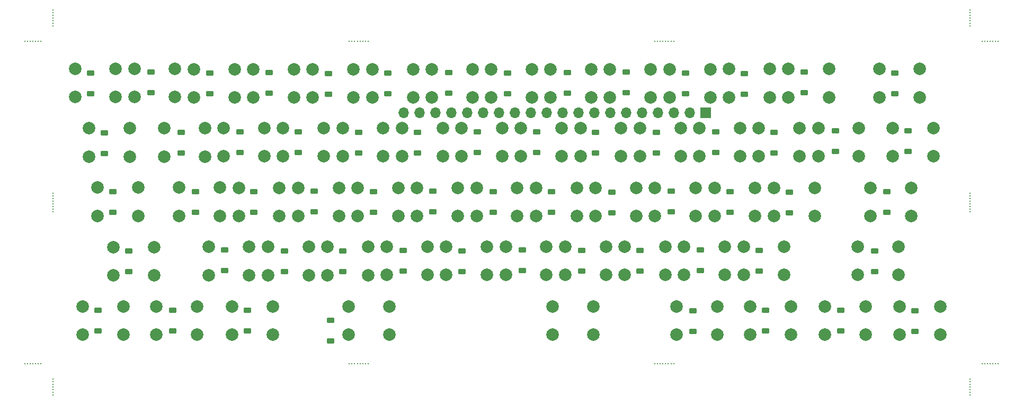
<source format=gbr>
%TF.GenerationSoftware,KiCad,Pcbnew,7.0.9*%
%TF.CreationDate,2024-12-06T21:36:11-05:00*%
%TF.ProjectId,panel,70616e65-6c2e-46b6-9963-61645f706362,rev?*%
%TF.SameCoordinates,Original*%
%TF.FileFunction,Soldermask,Bot*%
%TF.FilePolarity,Negative*%
%FSLAX46Y46*%
G04 Gerber Fmt 4.6, Leading zero omitted, Abs format (unit mm)*
G04 Created by KiCad (PCBNEW 7.0.9) date 2024-12-06 21:36:11*
%MOMM*%
%LPD*%
G01*
G04 APERTURE LIST*
G04 Aperture macros list*
%AMRoundRect*
0 Rectangle with rounded corners*
0 $1 Rounding radius*
0 $2 $3 $4 $5 $6 $7 $8 $9 X,Y pos of 4 corners*
0 Add a 4 corners polygon primitive as box body*
4,1,4,$2,$3,$4,$5,$6,$7,$8,$9,$2,$3,0*
0 Add four circle primitives for the rounded corners*
1,1,$1+$1,$2,$3*
1,1,$1+$1,$4,$5*
1,1,$1+$1,$6,$7*
1,1,$1+$1,$8,$9*
0 Add four rect primitives between the rounded corners*
20,1,$1+$1,$2,$3,$4,$5,0*
20,1,$1+$1,$4,$5,$6,$7,0*
20,1,$1+$1,$6,$7,$8,$9,0*
20,1,$1+$1,$8,$9,$2,$3,0*%
G04 Aperture macros list end*
%ADD10RoundRect,0.225000X-0.375000X0.225000X-0.375000X-0.225000X0.375000X-0.225000X0.375000X0.225000X0*%
%ADD11C,0.200000*%
%ADD12C,2.000000*%
%ADD13R,1.700000X1.700000*%
%ADD14O,1.700000X1.700000*%
G04 APERTURE END LIST*
D10*
%TO.C,D24*%
X188099000Y-58424500D03*
X188099000Y-61724500D03*
%TD*%
%TO.C,D65*%
X189058000Y-68028500D03*
X189058000Y-71328500D03*
%TD*%
%TO.C,D27*%
X126459000Y-49046500D03*
X126459000Y-52346500D03*
%TD*%
%TO.C,D61*%
X176287000Y-30094000D03*
X176287000Y-33394000D03*
%TD*%
%TO.C,D25*%
X119242000Y-30132000D03*
X119242000Y-33432000D03*
%TD*%
%TO.C,D19*%
X109791000Y-29967000D03*
X109791000Y-33267000D03*
%TD*%
%TO.C,D49*%
X157441000Y-29953500D03*
X157441000Y-33253500D03*
%TD*%
%TO.C,D12*%
X94381000Y-68003000D03*
X94381000Y-71303000D03*
%TD*%
%TO.C,D21*%
X116924000Y-48960000D03*
X116924000Y-52260000D03*
%TD*%
%TO.C,D40*%
X159722000Y-58412500D03*
X159722000Y-61712500D03*
%TD*%
%TO.C,D1*%
X212949000Y-68062500D03*
X212949000Y-71362500D03*
%TD*%
%TO.C,D58*%
X206539000Y-58499000D03*
X206539000Y-61799000D03*
%TD*%
%TO.C,D20*%
X124057000Y-39511500D03*
X124057000Y-42811500D03*
%TD*%
%TO.C,D66*%
X201125000Y-68021000D03*
X201125000Y-71321000D03*
%TD*%
%TO.C,D10*%
X97965000Y-49027000D03*
X97965000Y-52327000D03*
%TD*%
%TO.C,D14*%
X114438000Y-39478500D03*
X114438000Y-42778500D03*
%TD*%
%TO.C,D31*%
X128694000Y-30075000D03*
X128694000Y-33375000D03*
%TD*%
%TO.C,D52*%
X178677000Y-58358500D03*
X178677000Y-61658500D03*
%TD*%
%TO.C,D28*%
X140559000Y-58492000D03*
X140559000Y-61792000D03*
%TD*%
%TO.C,D41*%
X119610000Y-69581500D03*
X119610000Y-72881500D03*
%TD*%
%TO.C,D26*%
X133507000Y-39546000D03*
X133507000Y-42846000D03*
%TD*%
%TO.C,D73*%
X211915000Y-39308000D03*
X211915000Y-42608000D03*
%TD*%
%TO.C,D56*%
X181121000Y-39457500D03*
X181121000Y-42757500D03*
%TD*%
%TO.C,D4*%
X84791000Y-49034000D03*
X84791000Y-52334000D03*
%TD*%
%TO.C,D74*%
X208476000Y-49014500D03*
X208476000Y-52314500D03*
%TD*%
%TO.C,D50*%
X171670000Y-39512500D03*
X171670000Y-42812500D03*
%TD*%
%TO.C,D38*%
X152553000Y-39490000D03*
X152553000Y-42790000D03*
%TD*%
%TO.C,D72*%
X209779000Y-30075000D03*
X209779000Y-33375000D03*
%TD*%
%TO.C,D8*%
X90905000Y-29877500D03*
X90905000Y-33177500D03*
%TD*%
%TO.C,D37*%
X138431000Y-29953500D03*
X138431000Y-33253500D03*
%TD*%
%TO.C,D9*%
X105080000Y-39490500D03*
X105080000Y-42790500D03*
%TD*%
%TO.C,D32*%
X143000000Y-39441000D03*
X143000000Y-42741000D03*
%TD*%
%TO.C,D57*%
X174006000Y-48940000D03*
X174006000Y-52240000D03*
%TD*%
%TO.C,D62*%
X190440000Y-39525000D03*
X190440000Y-42825000D03*
%TD*%
%TO.C,D35*%
X200239000Y-39293000D03*
X200239000Y-42593000D03*
%TD*%
%TO.C,D59*%
X177536000Y-68112000D03*
X177536000Y-71412000D03*
%TD*%
%TO.C,D67*%
X195296000Y-29896500D03*
X195296000Y-33196500D03*
%TD*%
%TO.C,D33*%
X135933000Y-48940000D03*
X135933000Y-52240000D03*
%TD*%
%TO.C,D3*%
X83437000Y-39657500D03*
X83437000Y-42957500D03*
%TD*%
%TO.C,D43*%
X147882000Y-30060000D03*
X147882000Y-33360000D03*
%TD*%
%TO.C,D39*%
X145546000Y-49016500D03*
X145546000Y-52316500D03*
%TD*%
%TO.C,D6*%
X82416000Y-68021500D03*
X82416000Y-71321500D03*
%TD*%
%TO.C,D5*%
X87299000Y-58509500D03*
X87299000Y-61809500D03*
%TD*%
%TO.C,D45*%
X154904000Y-49043500D03*
X154904000Y-52343500D03*
%TD*%
%TO.C,D63*%
X183388000Y-49061500D03*
X183388000Y-52361500D03*
%TD*%
%TO.C,D34*%
X150271000Y-58336000D03*
X150271000Y-61636000D03*
%TD*%
%TO.C,D18*%
X192887000Y-49068500D03*
X192887000Y-52368500D03*
%TD*%
%TO.C,D13*%
X100247000Y-30094500D03*
X100247000Y-33394500D03*
%TD*%
%TO.C,D15*%
X107331000Y-49057500D03*
X107331000Y-52357500D03*
%TD*%
%TO.C,D46*%
X169033000Y-58460000D03*
X169033000Y-61760000D03*
%TD*%
%TO.C,D11*%
X112195000Y-58499500D03*
X112195000Y-61799500D03*
%TD*%
%TO.C,D23*%
X102658000Y-58303500D03*
X102658000Y-61603500D03*
%TD*%
%TO.C,D55*%
X166837000Y-29877000D03*
X166837000Y-33177000D03*
%TD*%
%TO.C,D51*%
X164556000Y-49071500D03*
X164556000Y-52371500D03*
%TD*%
%TO.C,D17*%
X106334000Y-67971500D03*
X106334000Y-71271500D03*
%TD*%
%TO.C,D16*%
X121506000Y-58546500D03*
X121506000Y-61846500D03*
%TD*%
%TO.C,D22*%
X131154000Y-58448500D03*
X131154000Y-61748500D03*
%TD*%
%TO.C,D7*%
X95684000Y-39545500D03*
X95684000Y-42845500D03*
%TD*%
%TO.C,D2*%
X81199000Y-30044000D03*
X81199000Y-33344000D03*
%TD*%
%TO.C,D29*%
X185673000Y-30114000D03*
X185673000Y-33414000D03*
%TD*%
%TO.C,D44*%
X161945000Y-39532000D03*
X161945000Y-42832000D03*
%TD*%
D11*
%TO.C,KiKit_MB_7_5*%
X75250000Y-21666667D03*
%TD*%
%TO.C,KiKit_MB_3_6*%
X124726191Y-25000000D03*
%TD*%
%TO.C,KiKit_MB_6_3*%
X173559523Y-76500000D03*
%TD*%
%TO.C,KiKit_MB_14_6*%
X225833333Y-76500000D03*
%TD*%
D12*
%TO.C,SW63*%
X180934000Y-48429000D03*
X187434000Y-48429000D03*
X180934000Y-52929000D03*
X187434000Y-52929000D03*
%TD*%
D11*
%TO.C,KiKit_MB_11_1*%
X70750000Y-25000000D03*
%TD*%
%TO.C,KiKit_MB_14_5*%
X225416666Y-76500000D03*
%TD*%
D12*
%TO.C,SW11*%
X109577000Y-57863000D03*
X116077000Y-57863000D03*
X109577000Y-62363000D03*
X116077000Y-62363000D03*
%TD*%
%TO.C,SW43*%
X145258000Y-29447000D03*
X151758000Y-29447000D03*
X145258000Y-33947000D03*
X151758000Y-33947000D03*
%TD*%
D11*
%TO.C,KiKit_MB_2_1*%
X221750000Y-49250000D03*
%TD*%
%TO.C,KiKit_MB_3_5*%
X124297620Y-25000000D03*
%TD*%
D12*
%TO.C,SW66*%
X198616000Y-67397000D03*
X205116000Y-67397000D03*
X198616000Y-71897000D03*
X205116000Y-71897000D03*
%TD*%
%TO.C,SW14*%
X112004000Y-38879000D03*
X118504000Y-38879000D03*
X112004000Y-43379000D03*
X118504000Y-43379000D03*
%TD*%
D11*
%TO.C,KiKit_MB_11_7*%
X73250000Y-25000000D03*
%TD*%
%TO.C,KiKit_MB_6_4*%
X173130952Y-76500000D03*
%TD*%
%TO.C,KiKit_MB_6_5*%
X172702380Y-76500000D03*
%TD*%
%TO.C,KiKit_MB_5_3*%
X124726191Y-76500000D03*
%TD*%
D12*
%TO.C,SW4*%
X82336000Y-48387000D03*
X88836000Y-48387000D03*
X82336000Y-52887000D03*
X88836000Y-52887000D03*
%TD*%
%TO.C,SW33*%
X133425000Y-48431000D03*
X139925000Y-48431000D03*
X133425000Y-52931000D03*
X139925000Y-52931000D03*
%TD*%
D11*
%TO.C,KiKit_MB_1_7*%
X75250000Y-49678572D03*
%TD*%
%TO.C,KiKit_MB_8_3*%
X221750000Y-20833334D03*
%TD*%
%TO.C,KiKit_MB_13_1*%
X223750000Y-25000000D03*
%TD*%
%TO.C,KiKit_MB_13_3*%
X224583333Y-25000000D03*
%TD*%
D12*
%TO.C,SW17*%
X103847000Y-67394000D03*
X110347000Y-67394000D03*
X103847000Y-71894000D03*
X110347000Y-71894000D03*
%TD*%
D11*
%TO.C,KiKit_MB_4_6*%
X173559523Y-25000000D03*
%TD*%
%TO.C,KiKit_MB_1_5*%
X75250000Y-50535715D03*
%TD*%
%TO.C,KiKit_MB_4_8*%
X174416666Y-25000000D03*
%TD*%
%TO.C,KiKit_MB_7_2*%
X75250000Y-20416667D03*
%TD*%
D12*
%TO.C,SW32*%
X140512000Y-38866000D03*
X147012000Y-38866000D03*
X140512000Y-43366000D03*
X147012000Y-43366000D03*
%TD*%
D11*
%TO.C,KiKit_MB_10_3*%
X221750000Y-79833333D03*
%TD*%
D12*
%TO.C,SW22*%
X128584000Y-57856000D03*
X135084000Y-57856000D03*
X128584000Y-62356000D03*
X135084000Y-62356000D03*
%TD*%
D11*
%TO.C,KiKit_MB_5_5*%
X123869048Y-76500000D03*
%TD*%
%TO.C,KiKit_MB_1_3*%
X75250000Y-51392857D03*
%TD*%
D12*
%TO.C,SW39*%
X142928000Y-48448000D03*
X149428000Y-48448000D03*
X142928000Y-52948000D03*
X149428000Y-52948000D03*
%TD*%
%TO.C,SW30*%
X128982000Y-71874000D03*
X122482000Y-71874000D03*
X128982000Y-67374000D03*
X122482000Y-67374000D03*
%TD*%
%TO.C,SW56*%
X178520000Y-38854000D03*
X185020000Y-38854000D03*
X178520000Y-43354000D03*
X185020000Y-43354000D03*
%TD*%
%TO.C,SW44*%
X159516000Y-38862000D03*
X166016000Y-38862000D03*
X159516000Y-43362000D03*
X166016000Y-43362000D03*
%TD*%
D11*
%TO.C,KiKit_MB_3_7*%
X125154762Y-25000000D03*
%TD*%
%TO.C,KiKit_MB_12_3*%
X71583334Y-76500000D03*
%TD*%
D12*
%TO.C,SW15*%
X104917000Y-48396000D03*
X111417000Y-48396000D03*
X104917000Y-52896000D03*
X111417000Y-52896000D03*
%TD*%
D11*
%TO.C,KiKit_MB_3_4*%
X123869048Y-25000000D03*
%TD*%
%TO.C,KiKit_MB_10_1*%
X221750000Y-79000000D03*
%TD*%
%TO.C,KiKit_MB_11_5*%
X72416667Y-25000000D03*
%TD*%
D12*
%TO.C,SW9*%
X102497000Y-38887000D03*
X108997000Y-38887000D03*
X102497000Y-43387000D03*
X108997000Y-43387000D03*
%TD*%
D11*
%TO.C,KiKit_MB_6_6*%
X172273809Y-76500000D03*
%TD*%
D12*
%TO.C,SW29*%
X183258000Y-29419000D03*
X189758000Y-29419000D03*
X183258000Y-33919000D03*
X189758000Y-33919000D03*
%TD*%
%TO.C,SW26*%
X131009000Y-38871000D03*
X137509000Y-38871000D03*
X131009000Y-43371000D03*
X137509000Y-43371000D03*
%TD*%
%TO.C,SW74*%
X205899000Y-48407000D03*
X212399000Y-48407000D03*
X205899000Y-52907000D03*
X212399000Y-52907000D03*
%TD*%
D11*
%TO.C,KiKit_MB_2_5*%
X221750000Y-50964285D03*
%TD*%
%TO.C,KiKit_MB_2_8*%
X221750000Y-52250000D03*
%TD*%
D12*
%TO.C,SW21*%
X114419000Y-48407000D03*
X120919000Y-48407000D03*
X114419000Y-52907000D03*
X120919000Y-52907000D03*
%TD*%
D11*
%TO.C,KiKit_MB_3_2*%
X123011905Y-25000000D03*
%TD*%
%TO.C,KiKit_MB_13_4*%
X225000000Y-25000000D03*
%TD*%
%TO.C,KiKit_MB_2_7*%
X221750000Y-51821428D03*
%TD*%
D12*
%TO.C,SW7*%
X92992000Y-38896000D03*
X99492000Y-38896000D03*
X92992000Y-43396000D03*
X99492000Y-43396000D03*
%TD*%
%TO.C,SW57*%
X171432000Y-48434000D03*
X177932000Y-48434000D03*
X171432000Y-52934000D03*
X177932000Y-52934000D03*
%TD*%
D11*
%TO.C,KiKit_MB_7_7*%
X75250000Y-22500000D03*
%TD*%
D12*
%TO.C,SW55*%
X164249000Y-29435000D03*
X170749000Y-29435000D03*
X164249000Y-33935000D03*
X170749000Y-33935000D03*
%TD*%
D11*
%TO.C,KiKit_MB_9_1*%
X75250000Y-79000000D03*
%TD*%
%TO.C,KiKit_MB_9_7*%
X75250000Y-81500000D03*
%TD*%
D12*
%TO.C,SW45*%
X152428000Y-48440000D03*
X158928000Y-48440000D03*
X152428000Y-52940000D03*
X158928000Y-52940000D03*
%TD*%
D11*
%TO.C,KiKit_MB_8_4*%
X221750000Y-21250000D03*
%TD*%
%TO.C,KiKit_MB_3_3*%
X123440477Y-25000000D03*
%TD*%
%TO.C,KiKit_MB_12_6*%
X72833334Y-76500000D03*
%TD*%
%TO.C,KiKit_MB_11_4*%
X72000000Y-25000000D03*
%TD*%
%TO.C,KiKit_MB_4_1*%
X171416666Y-25000000D03*
%TD*%
D12*
%TO.C,SW8*%
X88230000Y-29395000D03*
X94730000Y-29395000D03*
X88230000Y-33895000D03*
X94730000Y-33895000D03*
%TD*%
D11*
%TO.C,KiKit_MB_4_3*%
X172273809Y-25000000D03*
%TD*%
%TO.C,KiKit_MB_3_1*%
X122583334Y-25000000D03*
%TD*%
%TO.C,KiKit_MB_13_7*%
X226250000Y-25000000D03*
%TD*%
%TO.C,KiKit_MB_1_6*%
X75250000Y-50107143D03*
%TD*%
%TO.C,KiKit_MB_7_6*%
X75250000Y-22083334D03*
%TD*%
D12*
%TO.C,SW59*%
X174889000Y-67398000D03*
X181389000Y-67398000D03*
X174889000Y-71898000D03*
X181389000Y-71898000D03*
%TD*%
%TO.C,SW12*%
X91772000Y-67398000D03*
X98272000Y-67398000D03*
X91772000Y-71898000D03*
X98272000Y-71898000D03*
%TD*%
D11*
%TO.C,KiKit_MB_5_1*%
X125583334Y-76500000D03*
%TD*%
D12*
%TO.C,SW3*%
X81018000Y-38899000D03*
X87518000Y-38899000D03*
X81018000Y-43399000D03*
X87518000Y-43399000D03*
%TD*%
D11*
%TO.C,KiKit_MB_10_4*%
X221750000Y-80250000D03*
%TD*%
%TO.C,KiKit_MB_8_2*%
X221750000Y-20416667D03*
%TD*%
D12*
%TO.C,SW65*%
X186623000Y-67395000D03*
X193123000Y-67395000D03*
X186623000Y-71895000D03*
X193123000Y-71895000D03*
%TD*%
%TO.C,SW41*%
X155077000Y-67399000D03*
X161577000Y-67399000D03*
X155077000Y-71899000D03*
X161577000Y-71899000D03*
%TD*%
%TO.C,SW31*%
X126260000Y-29441000D03*
X132760000Y-29441000D03*
X126260000Y-33941000D03*
X132760000Y-33941000D03*
%TD*%
D13*
%TO.C,J2*%
X179540000Y-36422000D03*
D14*
X177000000Y-36422000D03*
X174460000Y-36422000D03*
X171920000Y-36422000D03*
X169380000Y-36422000D03*
X166840000Y-36422000D03*
X164300000Y-36422000D03*
X161760000Y-36422000D03*
X159220000Y-36422000D03*
X156680000Y-36422000D03*
X154140000Y-36422000D03*
X151600000Y-36422000D03*
X149060000Y-36422000D03*
X146520000Y-36422000D03*
X143980000Y-36422000D03*
X141440000Y-36422000D03*
X138900000Y-36422000D03*
X136360000Y-36422000D03*
X133820000Y-36422000D03*
X131280000Y-36422000D03*
%TD*%
D11*
%TO.C,KiKit_MB_12_2*%
X71166667Y-76500000D03*
%TD*%
D12*
%TO.C,SW23*%
X100076000Y-57869000D03*
X106576000Y-57869000D03*
X100076000Y-62369000D03*
X106576000Y-62369000D03*
%TD*%
D11*
%TO.C,KiKit_MB_9_6*%
X75250000Y-81083333D03*
%TD*%
D12*
%TO.C,SW13*%
X97737000Y-29440000D03*
X104237000Y-29440000D03*
X97737000Y-33940000D03*
X104237000Y-33940000D03*
%TD*%
D11*
%TO.C,KiKit_MB_11_2*%
X71166667Y-25000000D03*
%TD*%
%TO.C,KiKit_MB_9_4*%
X75250000Y-80250000D03*
%TD*%
D12*
%TO.C,SW28*%
X138085000Y-57856000D03*
X144585000Y-57856000D03*
X138085000Y-62356000D03*
X144585000Y-62356000D03*
%TD*%
%TO.C,SW2*%
X78743000Y-29392000D03*
X85243000Y-29392000D03*
X78743000Y-33892000D03*
X85243000Y-33892000D03*
%TD*%
%TO.C,SW58*%
X203831000Y-57819000D03*
X210331000Y-57819000D03*
X203831000Y-62319000D03*
X210331000Y-62319000D03*
%TD*%
D11*
%TO.C,KiKit_MB_9_5*%
X75250000Y-80666666D03*
%TD*%
D12*
%TO.C,SW20*%
X121506000Y-38874000D03*
X128006000Y-38874000D03*
X121506000Y-43374000D03*
X128006000Y-43374000D03*
%TD*%
%TO.C,SW50*%
X169020000Y-38857000D03*
X175520000Y-38857000D03*
X169020000Y-43357000D03*
X175520000Y-43357000D03*
%TD*%
D11*
%TO.C,KiKit_MB_13_6*%
X225833333Y-25000000D03*
%TD*%
D12*
%TO.C,SW35*%
X197529000Y-38838000D03*
X204029000Y-38838000D03*
X197529000Y-43338000D03*
X204029000Y-43338000D03*
%TD*%
%TO.C,SW24*%
X185597000Y-57827000D03*
X192097000Y-57827000D03*
X185597000Y-62327000D03*
X192097000Y-62327000D03*
%TD*%
%TO.C,SW34*%
X147587000Y-57845000D03*
X154087000Y-57845000D03*
X147587000Y-62345000D03*
X154087000Y-62345000D03*
%TD*%
%TO.C,SW73*%
X209458000Y-38833000D03*
X215958000Y-38833000D03*
X209458000Y-43333000D03*
X215958000Y-43333000D03*
%TD*%
%TO.C,SW52*%
X176096000Y-57822000D03*
X182596000Y-57822000D03*
X176096000Y-62322000D03*
X182596000Y-62322000D03*
%TD*%
D11*
%TO.C,KiKit_MB_7_4*%
X75250000Y-21250000D03*
%TD*%
%TO.C,KiKit_MB_14_3*%
X224583333Y-76500000D03*
%TD*%
%TO.C,KiKit_MB_6_2*%
X173988095Y-76500000D03*
%TD*%
D12*
%TO.C,SW37*%
X135750000Y-29439000D03*
X142250000Y-29439000D03*
X135750000Y-33939000D03*
X142250000Y-33939000D03*
%TD*%
%TO.C,SW40*%
X157089000Y-57839000D03*
X163589000Y-57839000D03*
X157089000Y-62339000D03*
X163589000Y-62339000D03*
%TD*%
D11*
%TO.C,KiKit_MB_5_7*%
X123011905Y-76500000D03*
%TD*%
D12*
%TO.C,SW67*%
X192765000Y-29416000D03*
X199265000Y-29416000D03*
X192765000Y-33916000D03*
X199265000Y-33916000D03*
%TD*%
%TO.C,SW49*%
X154757000Y-29449000D03*
X161257000Y-29449000D03*
X154757000Y-33949000D03*
X161257000Y-33949000D03*
%TD*%
D11*
%TO.C,KiKit_MB_6_7*%
X171845238Y-76500000D03*
%TD*%
%TO.C,KiKit_MB_6_1*%
X174416666Y-76500000D03*
%TD*%
%TO.C,KiKit_MB_2_4*%
X221750000Y-50535715D03*
%TD*%
%TO.C,KiKit_MB_10_2*%
X221750000Y-79416666D03*
%TD*%
%TO.C,KiKit_MB_12_7*%
X73250000Y-76500000D03*
%TD*%
D12*
%TO.C,SW1*%
X210545000Y-67383000D03*
X217045000Y-67383000D03*
X210545000Y-71883000D03*
X217045000Y-71883000D03*
%TD*%
D11*
%TO.C,KiKit_MB_4_4*%
X172702380Y-25000000D03*
%TD*%
%TO.C,KiKit_MB_12_4*%
X72000000Y-76500000D03*
%TD*%
%TO.C,KiKit_MB_2_3*%
X221750000Y-50107143D03*
%TD*%
%TO.C,KiKit_MB_14_2*%
X224166666Y-76500000D03*
%TD*%
D12*
%TO.C,SW51*%
X161928000Y-48440000D03*
X168428000Y-48440000D03*
X161928000Y-52940000D03*
X168428000Y-52940000D03*
%TD*%
D11*
%TO.C,KiKit_MB_11_6*%
X72833334Y-25000000D03*
%TD*%
%TO.C,KiKit_MB_7_3*%
X75250000Y-20833334D03*
%TD*%
%TO.C,KiKit_MB_4_2*%
X171845238Y-25000000D03*
%TD*%
%TO.C,KiKit_MB_5_8*%
X122583334Y-76500000D03*
%TD*%
%TO.C,KiKit_MB_8_1*%
X221750000Y-20000000D03*
%TD*%
%TO.C,KiKit_MB_1_8*%
X75250000Y-49250000D03*
%TD*%
D12*
%TO.C,SW18*%
X190437000Y-48425000D03*
X196937000Y-48425000D03*
X190437000Y-52925000D03*
X196937000Y-52925000D03*
%TD*%
D11*
%TO.C,KiKit_MB_1_1*%
X75250000Y-52250000D03*
%TD*%
D12*
%TO.C,SW72*%
X207276000Y-29417000D03*
X213776000Y-29417000D03*
X207276000Y-33917000D03*
X213776000Y-33917000D03*
%TD*%
D11*
%TO.C,KiKit_MB_6_8*%
X171416666Y-76500000D03*
%TD*%
D12*
%TO.C,SW5*%
X84881000Y-57871000D03*
X91381000Y-57871000D03*
X84881000Y-62371000D03*
X91381000Y-62371000D03*
%TD*%
%TO.C,SW6*%
X79991000Y-67369000D03*
X86491000Y-67369000D03*
X79991000Y-71869000D03*
X86491000Y-71869000D03*
%TD*%
D11*
%TO.C,KiKit_MB_1_2*%
X75250000Y-51821428D03*
%TD*%
%TO.C,KiKit_MB_10_6*%
X221750000Y-81083333D03*
%TD*%
D12*
%TO.C,SW25*%
X116747000Y-29439000D03*
X123247000Y-29439000D03*
X116747000Y-33939000D03*
X123247000Y-33939000D03*
%TD*%
%TO.C,SW38*%
X150013000Y-38864000D03*
X156513000Y-38864000D03*
X150013000Y-43364000D03*
X156513000Y-43364000D03*
%TD*%
D11*
%TO.C,KiKit_MB_13_5*%
X225416666Y-25000000D03*
%TD*%
%TO.C,KiKit_MB_9_2*%
X75250000Y-79416666D03*
%TD*%
%TO.C,KiKit_MB_5_4*%
X124297620Y-76500000D03*
%TD*%
%TO.C,KiKit_MB_12_5*%
X72416667Y-76500000D03*
%TD*%
%TO.C,KiKit_MB_10_5*%
X221750000Y-80666666D03*
%TD*%
%TO.C,KiKit_MB_10_7*%
X221750000Y-81500000D03*
%TD*%
%TO.C,KiKit_MB_11_3*%
X71583334Y-25000000D03*
%TD*%
D12*
%TO.C,SW27*%
X123921000Y-48421000D03*
X130421000Y-48421000D03*
X123921000Y-52921000D03*
X130421000Y-52921000D03*
%TD*%
D11*
%TO.C,KiKit_MB_7_1*%
X75250000Y-20000000D03*
%TD*%
%TO.C,KiKit_MB_9_3*%
X75250000Y-79833333D03*
%TD*%
%TO.C,KiKit_MB_14_4*%
X225000000Y-76500000D03*
%TD*%
D12*
%TO.C,SW19*%
X107253000Y-29428000D03*
X113753000Y-29428000D03*
X107253000Y-33928000D03*
X113753000Y-33928000D03*
%TD*%
%TO.C,SW10*%
X95406000Y-48379000D03*
X101906000Y-48379000D03*
X95406000Y-52879000D03*
X101906000Y-52879000D03*
%TD*%
D11*
%TO.C,KiKit_MB_14_1*%
X223750000Y-76500000D03*
%TD*%
%TO.C,KiKit_MB_1_4*%
X75250000Y-50964285D03*
%TD*%
D12*
%TO.C,SW61*%
X173755000Y-29427000D03*
X180255000Y-29427000D03*
X173755000Y-33927000D03*
X180255000Y-33927000D03*
%TD*%
D11*
%TO.C,KiKit_MB_14_7*%
X226250000Y-76500000D03*
%TD*%
D12*
%TO.C,SW46*%
X166594000Y-57831000D03*
X173094000Y-57831000D03*
X166594000Y-62331000D03*
X173094000Y-62331000D03*
%TD*%
D11*
%TO.C,KiKit_MB_12_1*%
X70750000Y-76500000D03*
%TD*%
%TO.C,KiKit_MB_8_7*%
X221750000Y-22500000D03*
%TD*%
%TO.C,KiKit_MB_4_7*%
X173988095Y-25000000D03*
%TD*%
%TO.C,KiKit_MB_8_5*%
X221750000Y-21666667D03*
%TD*%
%TO.C,KiKit_MB_5_6*%
X123440477Y-76500000D03*
%TD*%
%TO.C,KiKit_MB_8_6*%
X221750000Y-22083334D03*
%TD*%
%TO.C,KiKit_MB_13_2*%
X224166666Y-25000000D03*
%TD*%
D12*
%TO.C,SW16*%
X119084000Y-57858000D03*
X125584000Y-57858000D03*
X119084000Y-62358000D03*
X125584000Y-62358000D03*
%TD*%
D11*
%TO.C,KiKit_MB_5_2*%
X125154762Y-76500000D03*
%TD*%
%TO.C,KiKit_MB_2_6*%
X221750000Y-51392857D03*
%TD*%
%TO.C,KiKit_MB_3_8*%
X125583334Y-25000000D03*
%TD*%
D12*
%TO.C,SW62*%
X188024000Y-38847000D03*
X194524000Y-38847000D03*
X188024000Y-43347000D03*
X194524000Y-43347000D03*
%TD*%
D11*
%TO.C,KiKit_MB_2_2*%
X221750000Y-49678572D03*
%TD*%
%TO.C,KiKit_MB_4_5*%
X173130952Y-25000000D03*
%TD*%
M02*

</source>
